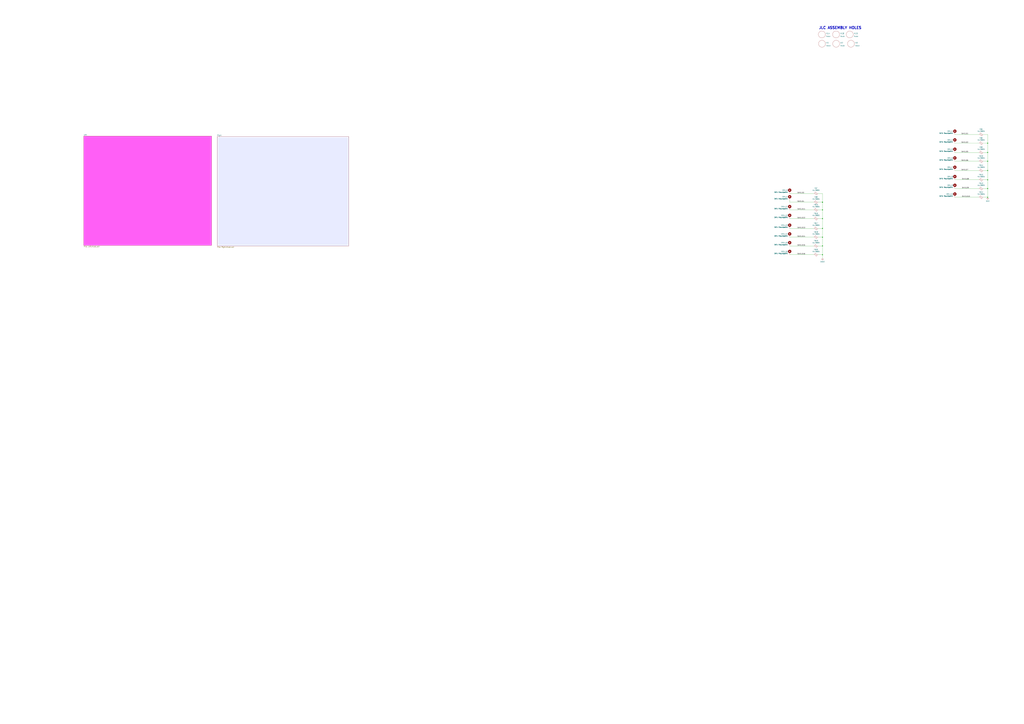
<source format=kicad_sch>
(kicad_sch (version 20221004) (generator eeschema)
  (paper "A0")
  (lib_symbols
    (symbol "Djinn-rescue:Ferrite_Bead_Small-Device" (pin_numbers hide) (pin_names (offset 0))
      (property "Reference" "FB" (at 1.905 1.27 0))
      (property "Value" "Ferrite_Bead_Small-Device" (at 1.905 -1.27 0))
      (symbol "Ferrite_Bead_Small-Device_0_1"
        (polyline (pts (xy 0 -1.27) (xy 0 -0.7874)))
        (polyline (pts (xy 0 0.889) (xy 0 1.2954)))
        (polyline (pts (xy -1.8288 0.2794) (xy -1.1176 1.4986) (xy 1.8288 -0.2032) (xy 1.1176 -1.4224) (xy -1.8288 0.2794)))
      )
      (symbol "Ferrite_Bead_Small-Device_1_1"
        (pin passive line (at 0 2.54 270) (length 1.27) (name "~") (number "1"))
        (pin passive line (at 0 -2.54 90) (length 1.27) (name "~") (number "2"))
      )
    )
    (symbol "Mechanical:MountingHole_Pad" (pin_numbers hide) (pin_names (offset 1.016) hide)
      (property "Reference" "H" (at 0 6.35 0))
      (property "Value" "MountingHole_Pad" (at 0 4.445 0))
      (symbol "MountingHole_Pad_0_1"
        (circle (center 0 1.27) (radius 1.27) (stroke (width 1.27)))
      )
      (symbol "MountingHole_Pad_1_1"
        (pin input line (at 0 -2.54 90) (length 2.54) (name "1") (number "1"))
      )
    )
    (symbol "keebio:Hole" (pin_names (offset 1.016))
      (property "Reference" "H" (at 0 -1.27 0))
      (property "Value" "Hole" (at 0 1.27 0))
      (symbol "Hole_0_1"
        (circle (center 0 0) (radius 4.0132))
      )
    )
    (symbol "power:GND" (power) (pin_names (offset 0))
      (property "Value" "GND" (at 0 -3.81 0))
      (symbol "GND_0_1"
        (polyline (pts (xy 0 0) (xy 0 -1.27) (xy 1.27 -1.27) (xy 0 -2.54) (xy -1.27 -1.27) (xy 0 -1.27)))
      )
      (symbol "GND_1_1"
        (pin power_in line (at 0 0 270) (length 0) hide (name "GND") (number "1"))
      )
    )
    (symbol "power:GND2" (power) (pin_names (offset 0))
      (property "Value" "GND2" (at 0 -3.81 0))
      (symbol "GND2_0_1"
        (polyline (pts (xy 0 0) (xy 0 -1.27) (xy 1.27 -1.27) (xy 0 -2.54) (xy -1.27 -1.27) (xy 0 -1.27)))
      )
      (symbol "GND2_1_1"
        (pin power_in line (at 0 0 270) (length 0) hide (name "GND2") (number "1"))
      )
    )
  )
  (junction (at 1146.81 229.235))
  (junction (at 955.04 275.59))
  (junction (at 955.04 285.75))
  (junction (at 1146.81 177.165))
  (junction (at 955.04 243.84))
  (junction (at 1146.81 198.12))
  (junction (at 955.04 254))
  (junction (at 955.04 234.95) (diameter 1.016))
  (junction (at 1146.81 187.325))
  (junction (at 1146.81 219.075))
  (junction (at 1146.81 166.37))
  (junction (at 1146.81 208.915))
  (junction (at 955.04 265.43))
  (junction (at 955.04 295.91))
  (wire (pts (xy 949.96 265.43) (xy 955.04 265.43)))
  (wire (pts (xy 1141.73 198.12) (xy 1146.81 198.12)))
  (wire (pts (xy 1108.71 219.075) (xy 1136.65 219.075)))
  (wire (pts (xy 1146.81 219.075) (xy 1146.81 229.235)))
  (wire (pts (xy 955.04 265.43) (xy 955.04 275.59)))
  (wire (pts (xy 1108.71 177.165) (xy 1136.65 177.165)))
  (wire (pts (xy 916.94 285.75) (xy 944.88 285.75)))
  (wire (pts (xy 955.04 234.95) (xy 955.04 243.84)))
  (wire (pts (xy 1108.71 187.325) (xy 1136.65 187.325)))
  (wire (pts (xy 916.94 243.84) (xy 944.88 243.84)))
  (wire (pts (xy 1146.81 156.21) (xy 1146.81 166.37)))
  (wire (pts (xy 916.94 254) (xy 944.88 254)))
  (wire (pts (xy 1146.81 166.37) (xy 1146.81 177.165)))
  (wire (pts (xy 916.94 232.41) (xy 916.94 234.95)))
  (wire (pts (xy 1108.71 156.21) (xy 1136.65 156.21)))
  (wire (pts (xy 955.04 224.79) (xy 955.04 234.95)))
  (wire (pts (xy 1146.81 187.325) (xy 1146.81 198.12)))
  (wire (pts (xy 1141.73 187.325) (xy 1146.81 187.325)))
  (wire (pts (xy 1141.73 177.165) (xy 1146.81 177.165)))
  (wire (pts (xy 1108.71 166.37) (xy 1136.65 166.37)))
  (wire (pts (xy 955.04 285.75) (xy 955.04 295.91)))
  (wire (pts (xy 1146.81 198.12) (xy 1146.81 208.915)))
  (wire (pts (xy 1108.71 198.12) (xy 1136.65 198.12)))
  (wire (pts (xy 916.94 234.95) (xy 944.88 234.95)))
  (wire (pts (xy 955.04 295.91) (xy 955.04 299.72)))
  (wire (pts (xy 1141.73 208.915) (xy 1146.81 208.915)))
  (wire (pts (xy 955.04 243.84) (xy 955.04 254)))
  (wire (pts (xy 1108.71 208.915) (xy 1136.65 208.915)))
  (wire (pts (xy 916.94 275.59) (xy 944.88 275.59)))
  (wire (pts (xy 916.94 224.79) (xy 944.88 224.79)))
  (wire (pts (xy 1146.81 208.915) (xy 1146.81 219.075)))
  (wire (pts (xy 1141.73 219.075) (xy 1146.81 219.075)))
  (wire (pts (xy 1141.73 166.37) (xy 1146.81 166.37)))
  (wire (pts (xy 949.96 275.59) (xy 955.04 275.59)))
  (wire (pts (xy 949.96 243.84) (xy 955.04 243.84)))
  (wire (pts (xy 949.96 224.79) (xy 955.04 224.79)))
  (wire (pts (xy 955.04 254) (xy 955.04 265.43)))
  (wire (pts (xy 1141.73 229.235) (xy 1146.81 229.235)))
  (wire (pts (xy 949.96 234.95) (xy 955.04 234.95)))
  (wire (pts (xy 1146.81 177.165) (xy 1146.81 187.325)))
  (wire (pts (xy 949.96 254) (xy 955.04 254)))
  (wire (pts (xy 1108.71 229.235) (xy 1136.65 229.235)))
  (wire (pts (xy 949.96 295.91) (xy 955.04 295.91)))
  (wire (pts (xy 916.94 295.91) (xy 944.88 295.91)))
  (wire (pts (xy 916.94 265.43) (xy 944.88 265.43)))
  (wire (pts (xy 1141.73 156.21) (xy 1146.81 156.21)))
  (wire (pts (xy 955.04 275.59) (xy 955.04 285.75)))
  (wire (pts (xy 949.96 285.75) (xy 955.04 285.75)))
  (text "JLC ASSEMBLY HOLES" (at 950.722 34.163 0) (effects (font (size 3 3) (thickness 0.6) bold) (justify left bottom)))
  (label "SHIELD8" (at 1116.965 208.915 0))
  (label "SHIELD11" (at 925.83 243.84 0))
  (label "SHIELD2" (at 1116.33 166.37 0))
  (label "SHIELD15" (at 925.83 285.75 0))
  (label "SHIELD9" (at 1116.965 219.075 0))
  (label "SHIELD3" (at 925.83 224.79 0))
  (label "SHIELD16" (at 925.83 295.91 0))
  (label "SHIELD12" (at 925.83 254 0))
  (label "SHIELD7" (at 1116.33 198.12 0))
  (label "SHIELD13" (at 925.83 265.43 0))
  (label "SHIELD14" (at 925.83 275.59 0))
  (label "SHIELD1" (at 1116.33 156.21 0))
  (label "SHIELD4" (at 925.83 234.95 0))
  (label "SHIELD6" (at 1116.33 187.325 0))
  (label "SHIELD5" (at 1116.33 177.165 0))
  (label "SHIELD10" (at 1116.965 229.235 0))
  (symbol (lib_id "Djinn-rescue:Ferrite_Bead_Small-Device") (at 947.42 285.75 90) (mirror x) (unit 1)
    (property "Reference" "FB19" (at 947.42 279.7302 90))
    (property "Value" "4A/0805" (at 947.42 282.0416 90))
    (property "Footprint" "Inductor_SMD:L_0805_2012Metric_Pad1.15x1.40mm_HandSolder" (effects hide))
    (property "LCSC" "C2847222" (effects hide))
  )
  (symbol (lib_id "Djinn-rescue:Ferrite_Bead_Small-Device") (at 1139.19 229.235 90) (mirror x) (unit 1)
    (property "Reference" "FB14" (at 1139.19 223.2152 90))
    (property "Value" "4A/0805" (at 1139.19 225.5266 90))
    (property "Footprint" "Inductor_SMD:L_0805_2012Metric_Pad1.15x1.40mm_HandSolder" (effects hide))
    (property "LCSC" "C2847222" (effects hide))
  )
  (symbol (lib_id "Mechanical:MountingHole_Pad") (at 916.94 241.3 0) (mirror y) (unit 1)
    (property "Reference" "DRILL11" (at 914.781 240.1316 0) (effects (justify left)))
    (property "Value" "Drill Mountpoint" (at 914.781 242.443 0) (effects (font bold) (justify left)))
    (property "Footprint" "MountingHole:MountingHole_3.2mm_M3_Pad_Via" (effects hide))
  )
  (symbol (lib_id "Mechanical:MountingHole_Pad") (at 916.94 229.87 0) (mirror y) (unit 1)
    (property "Reference" "DRILL4" (at 914.781 228.7016 0) (effects (justify left)))
    (property "Value" "Drill Mountpoint" (at 914.781 231.013 0) (effects (font bold) (justify left)))
    (property "Footprint" "MountingHole:MountingHole_3.2mm_M3_Pad_Via" (effects hide))
  )
  (symbol (lib_id "Mechanical:MountingHole_Pad") (at 1108.71 153.67 0) (mirror y) (unit 1)
    (property "Reference" "DRILL1" (at 1106.551 152.5016 0) (effects (justify left)))
    (property "Value" "Drill Mountpoint" (at 1106.551 154.813 0) (effects (font bold) (justify left)))
    (property "Footprint" "MountingHole:MountingHole_3.2mm_M3_Pad_Via" (effects hide))
  )
  (symbol (lib_id "Mechanical:MountingHole_Pad") (at 1108.71 174.625 0) (mirror y) (unit 1)
    (property "Reference" "DRILL5" (at 1106.551 173.4566 0) (effects (justify left)))
    (property "Value" "Drill Mountpoint" (at 1106.551 175.768 0) (effects (font bold) (justify left)))
    (property "Footprint" "MountingHole:MountingHole_3.2mm_M3_Pad_Via" (effects hide))
  )
  (symbol (lib_id "Mechanical:MountingHole_Pad") (at 916.94 293.37 0) (mirror y) (unit 1)
    (property "Reference" "DRILL16" (at 914.781 292.2016 0) (effects (justify left)))
    (property "Value" "Drill Mountpoint" (at 914.781 294.513 0) (effects (font bold) (justify left)))
    (property "Footprint" "MountingHole:MountingHole_3.2mm_M3_Pad_Via" (effects hide))
  )
  (symbol (lib_id "Djinn-rescue:Ferrite_Bead_Small-Device") (at 1139.19 198.12 90) (mirror x) (unit 1)
    (property "Reference" "FB11" (at 1139.19 192.1002 90))
    (property "Value" "4A/0805" (at 1139.19 194.4116 90))
    (property "Footprint" "Inductor_SMD:L_0805_2012Metric_Pad1.15x1.40mm_HandSolder" (effects hide))
    (property "LCSC" "C2847222" (effects hide))
  )
  (symbol (lib_id "Djinn-rescue:Ferrite_Bead_Small-Device") (at 947.42 224.79 90) (mirror x) (unit 1)
    (property "Reference" "FB7" (at 947.42 218.7702 90))
    (property "Value" "4A/0805" (at 947.42 221.0816 90))
    (property "Footprint" "Inductor_SMD:L_0805_2012Metric_Pad1.15x1.40mm_HandSolder" (effects hide))
    (property "LCSC" "C2847222" (effects hide))
  )
  (symbol (lib_id "Djinn-rescue:Ferrite_Bead_Small-Device") (at 947.42 234.95 90) (mirror x) (unit 1)
    (property "Reference" "FB8" (at 947.42 228.9302 90))
    (property "Value" "4A/0805" (at 947.42 231.2416 90))
    (property "Footprint" "Inductor_SMD:L_0805_2012Metric_Pad1.15x1.40mm_HandSolder" (effects hide))
    (property "LCSC" "C2847222" (effects hide))
  )
  (symbol (lib_id "Djinn-rescue:Ferrite_Bead_Small-Device") (at 947.42 275.59 90) (mirror x) (unit 1)
    (property "Reference" "FB18" (at 947.42 269.5702 90))
    (property "Value" "4A/0805" (at 947.42 271.8816 90))
    (property "Footprint" "Inductor_SMD:L_0805_2012Metric_Pad1.15x1.40mm_HandSolder" (effects hide))
    (property "LCSC" "C2847222" (effects hide))
  )
  (symbol (lib_id "Mechanical:MountingHole_Pad") (at 1108.71 226.695 0) (mirror y) (unit 1)
    (property "Reference" "DRILL10" (at 1106.551 225.5266 0) (effects (justify left)))
    (property "Value" "Drill Mountpoint" (at 1106.551 227.838 0) (effects (font bold) (justify left)))
    (property "Footprint" "MountingHole:MountingHole_3.2mm_M3_Pad_Via" (effects hide))
  )
  (symbol (lib_id "power:GND") (at 1146.81 229.235 0) (unit 1)
    (property "Reference" "#PWR0250" (effects hide))
    (property "Value" "GND" (at 1146.81 233.6784 0))
  )
  (symbol (lib_id "Mechanical:MountingHole_Pad") (at 916.94 251.46 0) (mirror y) (unit 1)
    (property "Reference" "DRILL12" (at 914.781 250.2916 0) (effects (justify left)))
    (property "Value" "Drill Mountpoint" (at 914.781 252.603 0) (effects (font bold) (justify left)))
    (property "Footprint" "MountingHole:MountingHole_3.2mm_M3_Pad_Via" (effects hide))
  )
  (symbol (lib_id "keebio:Hole") (at 970.788 40.005 0) (unit 1)
    (property "Reference" "H18" (at 975.4362 38.9403 0) (effects (font (size 1.524 1.524)) (justify left)))
    (property "Value" "Hole" (at 975.4362 42.2193 0) (effects (font (size 1.524 1.524)) (justify left)))
    (property "Footprint" "prettylib:JLC_SMT_Assembly_Hole" (effects hide))
  )
  (symbol (lib_id "Djinn-rescue:Ferrite_Bead_Small-Device") (at 1139.19 208.915 90) (mirror x) (unit 1)
    (property "Reference" "FB12" (at 1139.19 202.8952 90))
    (property "Value" "4A/0805" (at 1139.19 205.2066 90))
    (property "Footprint" "Inductor_SMD:L_0805_2012Metric_Pad1.15x1.40mm_HandSolder" (effects hide))
    (property "LCSC" "C2847222" (effects hide))
  )
  (symbol (lib_id "keebio:Hole") (at 954.405 50.8 0) (unit 1)
    (property "Reference" "H1" (at 959.0532 49.7353 0) (effects (font (size 1.524 1.524)) (justify left)))
    (property "Value" "Hole" (at 959.0532 53.0143 0) (effects (font (size 1.524 1.524)) (justify left)))
    (property "Footprint" "prettylib:JLC_SMT_Assembly_Hole" (effects hide))
  )
  (symbol (lib_id "power:GND2") (at 955.04 299.72 0) (unit 1)
    (property "Reference" "#PWR07" (effects hide))
    (property "Value" "GND2" (at 955.04 304.1634 0))
  )
  (symbol (lib_id "keebio:Hole") (at 986.663 40.005 0) (unit 1)
    (property "Reference" "H19" (at 991.3112 38.9403 0) (effects (font (size 1.524 1.524)) (justify left)))
    (property "Value" "Hole" (at 991.3112 42.2193 0) (effects (font (size 1.524 1.524)) (justify left)))
    (property "Footprint" "prettylib:JLC_SMT_Assembly_Hole" (effects hide))
  )
  (symbol (lib_id "Djinn-rescue:Ferrite_Bead_Small-Device") (at 1139.19 156.21 90) (mirror x) (unit 1)
    (property "Reference" "FB5" (at 1139.19 150.1902 90))
    (property "Value" "4A/0805" (at 1139.19 152.5016 90))
    (property "Footprint" "Inductor_SMD:L_0805_2012Metric_Pad1.15x1.40mm_HandSolder" (effects hide))
    (property "LCSC" "C2847222" (effects hide))
  )
  (symbol (lib_id "Djinn-rescue:Ferrite_Bead_Small-Device") (at 1139.19 177.165 90) (mirror x) (unit 1)
    (property "Reference" "FB9" (at 1139.19 171.1452 90))
    (property "Value" "4A/0805" (at 1139.19 173.4566 90))
    (property "Footprint" "Inductor_SMD:L_0805_2012Metric_Pad1.15x1.40mm_HandSolder" (effects hide))
    (property "LCSC" "C2847222" (effects hide))
  )
  (symbol (lib_id "Djinn-rescue:Ferrite_Bead_Small-Device") (at 1139.19 166.37 90) (mirror x) (unit 1)
    (property "Reference" "FB6" (at 1139.19 160.3502 90))
    (property "Value" "4A/0805" (at 1139.19 162.6616 90))
    (property "Footprint" "Inductor_SMD:L_0805_2012Metric_Pad1.15x1.40mm_HandSolder" (effects hide))
    (property "LCSC" "C2847222" (effects hide))
  )
  (symbol (lib_id "Mechanical:MountingHole_Pad") (at 916.94 262.89 0) (mirror y) (unit 1)
    (property "Reference" "DRILL13" (at 914.781 261.7216 0) (effects (justify left)))
    (property "Value" "Drill Mountpoint" (at 914.781 264.033 0) (effects (font bold) (justify left)))
    (property "Footprint" "MountingHole:MountingHole_3.2mm_M3_Pad_Via" (effects hide))
  )
  (symbol (lib_id "Mechanical:MountingHole_Pad") (at 916.94 222.25 0) (mirror y) (unit 1)
    (property "Reference" "DRILL3" (at 914.781 221.0816 0) (effects (justify left)))
    (property "Value" "Drill Mountpoint" (at 914.781 223.393 0) (effects (font bold) (justify left)))
    (property "Footprint" "MountingHole:MountingHole_3.2mm_M3_Pad_Via" (effects hide))
  )
  (symbol (lib_id "Mechanical:MountingHole_Pad") (at 1108.71 163.83 0) (mirror y) (unit 1)
    (property "Reference" "DRILL2" (at 1106.551 162.6616 0) (effects (justify left)))
    (property "Value" "Drill Mountpoint" (at 1106.551 164.973 0) (effects (font bold) (justify left)))
    (property "Footprint" "MountingHole:MountingHole_3.2mm_M3_Pad_Via" (effects hide))
  )
  (symbol (lib_id "Mechanical:MountingHole_Pad") (at 1108.71 195.58 0) (mirror y) (unit 1)
    (property "Reference" "DRILL7" (at 1106.551 194.4116 0) (effects (justify left)))
    (property "Value" "Drill Mountpoint" (at 1106.551 196.723 0) (effects (font bold) (justify left)))
    (property "Footprint" "MountingHole:MountingHole_3.2mm_M3_Pad_Via" (effects hide))
  )
  (symbol (lib_id "Mechanical:MountingHole_Pad") (at 916.94 273.05 0) (mirror y) (unit 1)
    (property "Reference" "DRILL14" (at 914.781 271.8816 0) (effects (justify left)))
    (property "Value" "Drill Mountpoint" (at 914.781 274.193 0) (effects (font bold) (justify left)))
    (property "Footprint" "MountingHole:MountingHole_3.2mm_M3_Pad_Via" (effects hide))
  )
  (symbol (lib_id "Djinn-rescue:Ferrite_Bead_Small-Device") (at 1139.19 187.325 90) (mirror x) (unit 1)
    (property "Reference" "FB10" (at 1139.19 181.3052 90))
    (property "Value" "4A/0805" (at 1139.19 183.6166 90))
    (property "Footprint" "Inductor_SMD:L_0805_2012Metric_Pad1.15x1.40mm_HandSolder" (effects hide))
    (property "LCSC" "C2847222" (effects hide))
  )
  (symbol (lib_id "Mechanical:MountingHole_Pad") (at 1108.71 184.785 0) (mirror y) (unit 1)
    (property "Reference" "DRILL6" (at 1106.551 183.6166 0) (effects (justify left)))
    (property "Value" "Drill Mountpoint" (at 1106.551 185.928 0) (effects (font bold) (justify left)))
    (property "Footprint" "MountingHole:MountingHole_3.2mm_M3_Pad_Via" (effects hide))
  )
  (symbol (lib_id "Djinn-rescue:Ferrite_Bead_Small-Device") (at 1139.19 219.075 90) (mirror x) (unit 1)
    (property "Reference" "FB13" (at 1139.19 213.0552 90))
    (property "Value" "4A/0805" (at 1139.19 215.3666 90))
    (property "Footprint" "Inductor_SMD:L_0805_2012Metric_Pad1.15x1.40mm_HandSolder" (effects hide))
    (property "LCSC" "C2847222" (effects hide))
  )
  (symbol (lib_id "Djinn-rescue:Ferrite_Bead_Small-Device") (at 947.42 295.91 90) (mirror x) (unit 1)
    (property "Reference" "FB20" (at 947.42 289.8902 90))
    (property "Value" "4A/0805" (at 947.42 292.2016 90))
    (property "Footprint" "Inductor_SMD:L_0805_2012Metric_Pad1.15x1.40mm_HandSolder" (effects hide))
    (property "LCSC" "C2847222" (effects hide))
  )
  (symbol (lib_id "Mechanical:MountingHole_Pad") (at 916.94 283.21 0) (mirror y) (unit 1)
    (property "Reference" "DRILL15" (at 914.781 282.0416 0) (effects (justify left)))
    (property "Value" "Drill Mountpoint" (at 914.781 284.353 0) (effects (font bold) (justify left)))
    (property "Footprint" "MountingHole:MountingHole_3.2mm_M3_Pad_Via" (effects hide))
  )
  (symbol (lib_id "keebio:Hole") (at 954.278 40.005 0) (unit 1)
    (property "Reference" "H14" (at 958.9262 38.9403 0) (effects (font (size 1.524 1.524)) (justify left)))
    (property "Value" "Hole" (at 958.9262 42.2193 0) (effects (font (size 1.524 1.524)) (justify left)))
    (property "Footprint" "prettylib:JLC_SMT_Assembly_Hole" (effects hide))
  )
  (symbol (lib_id "Mechanical:MountingHole_Pad") (at 1108.71 216.535 0) (mirror y) (unit 1)
    (property "Reference" "DRILL9" (at 1106.551 215.3666 0) (effects (justify left)))
    (property "Value" "Drill Mountpoint" (at 1106.551 217.678 0) (effects (font bold) (justify left)))
    (property "Footprint" "MountingHole:MountingHole_3.2mm_M3_Pad_Via" (effects hide))
  )
  (symbol (lib_id "keebio:Hole") (at 970.915 50.8 0) (unit 1)
    (property "Reference" "H2" (at 975.5632 49.7353 0) (effects (font (size 1.524 1.524)) (justify left)))
    (property "Value" "Hole" (at 975.5632 53.0143 0) (effects (font (size 1.524 1.524)) (justify left)))
    (property "Footprint" "prettylib:JLC_SMT_Assembly_Hole" (effects hide))
  )
  (symbol (lib_id "Mechanical:MountingHole_Pad") (at 1108.71 206.375 0) (mirror y) (unit 1)
    (property "Reference" "DRILL8" (at 1106.551 205.2066 0) (effects (justify left)))
    (property "Value" "Drill Mountpoint" (at 1106.551 207.518 0) (effects (font bold) (justify left)))
    (property "Footprint" "MountingHole:MountingHole_3.2mm_M3_Pad_Via" (effects hide))
  )
  (symbol (lib_id "Djinn-rescue:Ferrite_Bead_Small-Device") (at 947.42 254 90) (mirror x) (unit 1)
    (property "Reference" "FB16" (at 947.42 247.9802 90))
    (property "Value" "4A/0805" (at 947.42 250.2916 90))
    (property "Footprint" "Inductor_SMD:L_0805_2012Metric_Pad1.15x1.40mm_HandSolder" (effects hide))
    (property "LCSC" "C2847222" (effects hide))
  )
  (symbol (lib_id "Djinn-rescue:Ferrite_Bead_Small-Device") (at 947.42 265.43 90) (mirror x) (unit 1)
    (property "Reference" "FB17" (at 947.42 259.4102 90))
    (property "Value" "4A/0805" (at 947.42 261.7216 90))
    (property "Footprint" "Inductor_SMD:L_0805_2012Metric_Pad1.15x1.40mm_HandSolder" (effects hide))
    (property "LCSC" "C2847222" (effects hide))
  )
  (symbol (lib_id "Djinn-rescue:Ferrite_Bead_Small-Device") (at 947.42 243.84 90) (mirror x) (unit 1)
    (property "Reference" "FB15" (at 947.42 237.8202 90))
    (property "Value" "4A/0805" (at 947.42 240.1316 90))
    (property "Footprint" "Inductor_SMD:L_0805_2012Metric_Pad1.15x1.40mm_HandSolder" (effects hide))
    (property "LCSC" "C2847222" (effects hide))
  )
  (symbol (lib_id "keebio:Hole") (at 988.06 50.8 0) (unit 1)
    (property "Reference" "H3" (at 992.7082 49.7353 0) (effects (font (size 1.524 1.524)) (justify left)))
    (property "Value" "Hole" (at 992.7082 53.0143 0) (effects (font (size 1.524 1.524)) (justify left)))
    (property "Footprint" "prettylib:JLC_SMT_Assembly_Hole" (effects hide))
  )
  (sheet (at 97.155 158.115) (size 148.59 127) (stroke (width 0.1524)) (fill (color 255 95 246 1.0000))
    (property "Sheetname" "Left" (at 97.155 157.4034 0) (effects (justify left bottom)))
    (property "Sheetfile" "Left.kicad_sch" (at 97.155 285.6996 0) (effects (justify left top)))
  )
  (sheet (at 252.095 158.75) (size 153.035 127) (stroke (width 0.1524)) (fill (color 232 235 255 1.0000))
    (property "Sheetname" "Right" (at 252.095 158.0384 0) (effects (justify left bottom)))
    (property "Sheetfile" "Right.kicad_sch" (at 252.095 286.3346 0) (effects (justify left top)))
  )
)
</source>
